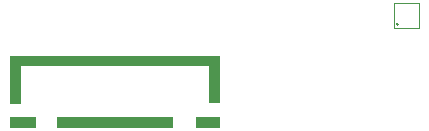
<source format=gbr>
G04*
G04 #@! TF.GenerationSoftware,Altium Limited,Altium Designer,25.0.2 (28)*
G04*
G04 Layer_Color=16711935*
%FSLAX24Y24*%
%MOIN*%
G70*
G04*
G04 #@! TF.SameCoordinates,4B7BC283-7035-4C9F-97D5-5998C8FB6373*
G04*
G04*
G04 #@! TF.FilePolarity,Positive*
G04*
G01*
G75*
%ADD100C,0.0020*%
G36*
X41984Y31514D02*
Y29932D01*
X41634D01*
Y31165D01*
X41634Y31165D01*
X35350D01*
Y29915D01*
X35345Y29919D01*
X35000D01*
Y31515D01*
X41984D01*
X41984Y31514D01*
D02*
G37*
G36*
X41984Y29115D02*
X41184D01*
Y29463D01*
X41984D01*
Y29115D01*
D02*
G37*
G36*
X40435Y29116D02*
X40434Y29115D01*
X36550D01*
Y29465D01*
X40435D01*
Y29116D01*
D02*
G37*
G36*
X35047Y29463D02*
X35847D01*
Y29115D01*
X35000D01*
Y29416D01*
Y29465D01*
X35047Y29463D01*
D02*
G37*
D100*
X47936Y32566D02*
G03*
X47936Y32566I-39J0D01*
G01*
X47783Y33275D02*
X48610D01*
X47783Y32448D02*
X48610D01*
Y33275D01*
X47783Y32448D02*
Y33275D01*
M02*

</source>
